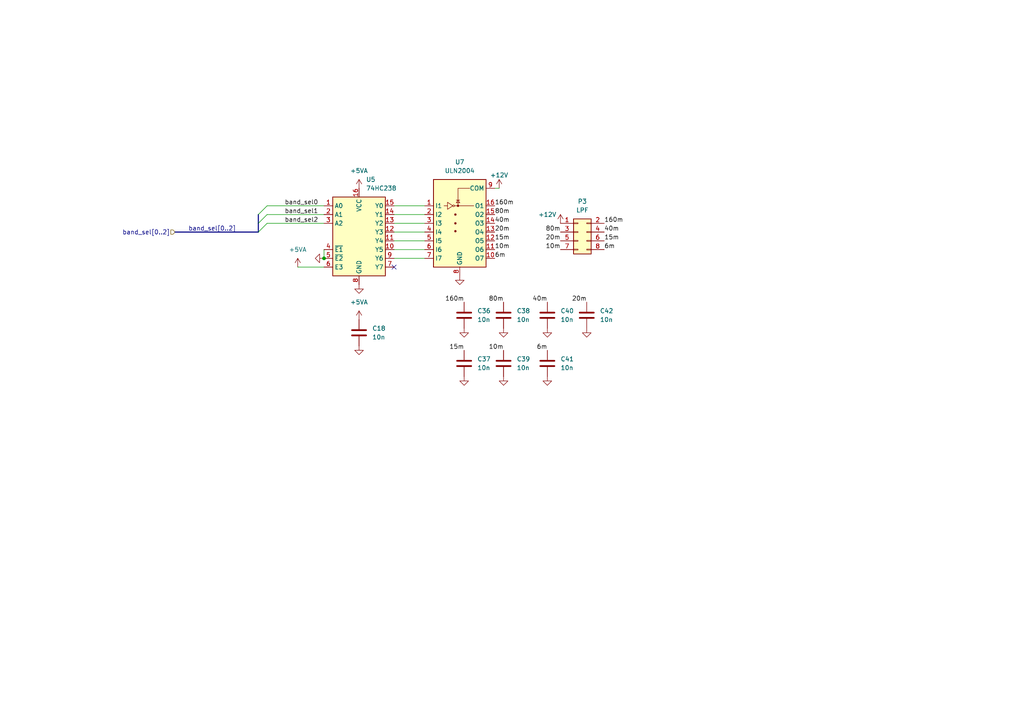
<source format=kicad_sch>
(kicad_sch (version 20230121) (generator eeschema)
  (paper "A4")
  (lib_symbols
    (symbol "74xx:74HC238"
      (property "Reference" "U" (at -7.62 13.97 0))
      (property "Value" "74HC238" (at 2.54 -11.43 0))
      (symbol "74HC238_0_1"
        (rectangle (start -7.62 12.7) (end 7.62 -10.16) (stroke (width 0.254)) (fill (type background)))
      )
      (symbol "74HC238_1_1"
        (pin input line (at -10.16 10.16 0) (length 2.54) (name "A0") (number "1"))
        (pin output line (at 10.16 -2.54 180) (length 2.54) (name "Y5") (number "10"))
        (pin output line (at 10.16 0 180) (length 2.54) (name "Y4") (number "11"))
        (pin output line (at 10.16 2.54 180) (length 2.54) (name "Y3") (number "12"))
        (pin output line (at 10.16 5.08 180) (length 2.54) (name "Y2") (number "13"))
        (pin output line (at 10.16 7.62 180) (length 2.54) (name "Y1") (number "14"))
        (pin output line (at 10.16 10.16 180) (length 2.54) (name "Y0") (number "15"))
        (pin power_in line (at 0 15.24 270) (length 2.54) (name "VCC") (number "16"))
        (pin input line (at -10.16 7.62 0) (length 2.54) (name "A1") (number "2"))
        (pin input line (at -10.16 5.08 0) (length 2.54) (name "A2") (number "3"))
        (pin input line (at -10.16 -2.54 0) (length 2.54) (name "~{E1}") (number "4"))
        (pin input line (at -10.16 -5.08 0) (length 2.54) (name "~{E2}") (number "5"))
        (pin input line (at -10.16 -7.62 0) (length 2.54) (name "E3") (number "6"))
        (pin output line (at 10.16 -7.62 180) (length 2.54) (name "Y7") (number "7"))
        (pin power_in line (at 0 -12.7 90) (length 2.54) (name "GND") (number "8"))
        (pin output line (at 10.16 -5.08 180) (length 2.54) (name "Y6") (number "9"))
      )
    )
    (symbol "Connector_Generic:Conn_02x04_Odd_Even" (pin_names (offset 1.016) hide)
      (property "Reference" "J" (at 1.27 5.08 0))
      (property "Value" "Conn_02x04_Odd_Even" (at 1.27 -7.62 0))
      (symbol "Conn_02x04_Odd_Even_1_1"
        (rectangle (start -1.27 -4.953) (end 0 -5.207) (stroke (width 0.1524)))
        (rectangle (start -1.27 -2.413) (end 0 -2.667) (stroke (width 0.1524)))
        (rectangle (start -1.27 0.127) (end 0 -0.127) (stroke (width 0.1524)))
        (rectangle (start -1.27 2.667) (end 0 2.413) (stroke (width 0.1524)))
        (rectangle (start -1.27 3.81) (end 3.81 -6.35) (stroke (width 0.254)) (fill (type background)))
        (rectangle (start 3.81 -4.953) (end 2.54 -5.207) (stroke (width 0.1524)))
        (rectangle (start 3.81 -2.413) (end 2.54 -2.667) (stroke (width 0.1524)))
        (rectangle (start 3.81 0.127) (end 2.54 -0.127) (stroke (width 0.1524)))
        (rectangle (start 3.81 2.667) (end 2.54 2.413) (stroke (width 0.1524)))
        (pin passive line (at -5.08 2.54 0) (length 3.81) (name "Pin_1") (number "1"))
        (pin passive line (at 7.62 2.54 180) (length 3.81) (name "Pin_2") (number "2"))
        (pin passive line (at -5.08 0 0) (length 3.81) (name "Pin_3") (number "3"))
        (pin passive line (at 7.62 0 180) (length 3.81) (name "Pin_4") (number "4"))
        (pin passive line (at -5.08 -2.54 0) (length 3.81) (name "Pin_5") (number "5"))
        (pin passive line (at 7.62 -2.54 180) (length 3.81) (name "Pin_6") (number "6"))
        (pin passive line (at -5.08 -5.08 0) (length 3.81) (name "Pin_7") (number "7"))
        (pin passive line (at 7.62 -5.08 180) (length 3.81) (name "Pin_8") (number "8"))
      )
    )
    (symbol "Device:C" (pin_numbers hide) (pin_names (offset 0.254))
      (property "Reference" "C" (at 0.635 2.54 0))
      (property "Value" "C" (at 0.635 -2.54 0))
      (symbol "C_0_1"
        (polyline (pts (xy -2.032 -0.762) (xy 2.032 -0.762)) (stroke (width 0.508)))
        (polyline (pts (xy -2.032 0.762) (xy 2.032 0.762)) (stroke (width 0.508)))
      )
      (symbol "C_1_1"
        (pin passive line (at 0 3.81 270) (length 2.794) (name "~") (number "1"))
        (pin passive line (at 0 -3.81 90) (length 2.794) (name "~") (number "2"))
      )
    )
    (symbol "Transistor_Array:ULN2004"
      (property "Reference" "U" (at 0 15.875 0))
      (property "Value" "ULN2004" (at 0 13.97 0))
      (symbol "ULN2004_0_1"
        (rectangle (start -7.62 -12.7) (end 7.62 12.7) (stroke (width 0.254)) (fill (type background)))
        (circle (center -1.778 5.08) (radius 0.254))
        (circle (center -1.27 -2.286) (radius 0.254) (fill (type outline)))
        (circle (center -1.27 0) (radius 0.254) (fill (type outline)))
        (circle (center -1.27 2.54) (radius 0.254) (fill (type outline)))
        (circle (center -0.508 5.08) (radius 0.254) (fill (type outline)))
        (polyline (pts (xy -4.572 5.08) (xy -3.556 5.08)))
        (polyline (pts (xy -1.524 5.08) (xy 4.064 5.08)))
        (polyline (pts (xy 0 6.731) (xy -1.016 6.731)))
        (polyline (pts (xy -0.508 5.08) (xy -0.508 10.16) (xy 2.921 10.16)))
        (polyline (pts (xy -3.556 6.096) (xy -3.556 4.064) (xy -2.032 5.08) (xy -3.556 6.096)))
        (polyline (pts (xy 0 5.969) (xy -1.016 5.969) (xy -0.508 6.731) (xy 0 5.969)))
      )
      (symbol "ULN2004_1_1"
        (pin input line (at -10.16 5.08 0) (length 2.54) (name "I1") (number "1"))
        (pin open_collector line (at 10.16 -10.16 180) (length 2.54) (name "O7") (number "10"))
        (pin open_collector line (at 10.16 -7.62 180) (length 2.54) (name "O6") (number "11"))
        (pin open_collector line (at 10.16 -5.08 180) (length 2.54) (name "O5") (number "12"))
        (pin open_collector line (at 10.16 -2.54 180) (length 2.54) (name "O4") (number "13"))
        (pin open_collector line (at 10.16 0 180) (length 2.54) (name "O3") (number "14"))
        (pin open_collector line (at 10.16 2.54 180) (length 2.54) (name "O2") (number "15"))
        (pin open_collector line (at 10.16 5.08 180) (length 2.54) (name "O1") (number "16"))
        (pin input line (at -10.16 2.54 0) (length 2.54) (name "I2") (number "2"))
        (pin input line (at -10.16 0 0) (length 2.54) (name "I3") (number "3"))
        (pin input line (at -10.16 -2.54 0) (length 2.54) (name "I4") (number "4"))
        (pin input line (at -10.16 -5.08 0) (length 2.54) (name "I5") (number "5"))
        (pin input line (at -10.16 -7.62 0) (length 2.54) (name "I6") (number "6"))
        (pin input line (at -10.16 -10.16 0) (length 2.54) (name "I7") (number "7"))
        (pin power_in line (at 0 -15.24 90) (length 2.54) (name "GND") (number "8"))
        (pin passive line (at 10.16 10.16 180) (length 2.54) (name "COM") (number "9"))
      )
    )
    (symbol "power:+12V" (power) (pin_names (offset 0))
      (property "Value" "+12V" (at 0 3.556 0))
      (symbol "+12V_0_1"
        (polyline (pts (xy -0.762 1.27) (xy 0 2.54)))
        (polyline (pts (xy 0 0) (xy 0 2.54)))
        (polyline (pts (xy 0 2.54) (xy 0.762 1.27)))
      )
      (symbol "+12V_1_1"
        (pin power_in line (at 0 0 90) (length 0) hide (name "+12V") (number "1"))
      )
    )
    (symbol "power:+5VA" (power) (pin_names (offset 0))
      (property "Value" "+5VA" (at 0 3.556 0))
      (symbol "+5VA_0_1"
        (polyline (pts (xy -0.762 1.27) (xy 0 2.54)))
        (polyline (pts (xy 0 0) (xy 0 2.54)))
        (polyline (pts (xy 0 2.54) (xy 0.762 1.27)))
      )
      (symbol "+5VA_1_1"
        (pin power_in line (at 0 0 90) (length 0) hide (name "+5VA") (number "1"))
      )
    )
    (symbol "power:GND" (power) (pin_names (offset 0))
      (property "Value" "GND" (at 0 -3.81 0))
      (symbol "GND_0_1"
        (polyline (pts (xy 0 0) (xy 0 -1.27) (xy 1.27 -1.27) (xy 0 -2.54) (xy -1.27 -1.27) (xy 0 -1.27)))
      )
      (symbol "GND_1_1"
        (pin power_in line (at 0 0 270) (length 0) hide (name "GND") (number "1"))
      )
    )
  )
  (junction (at 93.98 74.93))
  (no_connect (at 114.3 77.47))
  (bus_entry (at 74.93 67.31) (size 2.54 -2.54))
  (bus_entry (at 74.93 64.77) (size 2.54 -2.54))
  (bus_entry (at 74.93 62.23) (size 2.54 -2.54))
  (wire (pts (xy 144.78 54.61) (xy 143.51 54.61)))
  (bus (pts (xy 74.93 64.77) (xy 74.93 67.31)))
  (wire (pts (xy 77.47 64.77) (xy 93.98 64.77)))
  (wire (pts (xy 123.19 62.23) (xy 114.3 62.23)))
  (wire (pts (xy 123.19 59.69) (xy 114.3 59.69)))
  (wire (pts (xy 86.36 77.47) (xy 93.98 77.47)))
  (bus (pts (xy 50.8 67.31) (xy 74.93 67.31)))
  (wire (pts (xy 123.19 69.85) (xy 114.3 69.85)))
  (wire (pts (xy 77.47 59.69) (xy 93.98 59.69)))
  (wire (pts (xy 123.19 64.77) (xy 114.3 64.77)))
  (wire (pts (xy 123.19 72.39) (xy 114.3 72.39)))
  (bus (pts (xy 74.93 62.23) (xy 74.93 64.77)))
  (wire (pts (xy 93.98 72.39) (xy 93.98 74.93)))
  (wire (pts (xy 77.47 62.23) (xy 93.98 62.23)))
  (wire (pts (xy 123.19 74.93) (xy 114.3 74.93)))
  (wire (pts (xy 123.19 67.31) (xy 114.3 67.31)))
  (label "80m" (at 162.56 67.31 180))
  (label "20m" (at 170.18 87.63 180))
  (label "160m" (at 175.26 64.77 0))
  (label "band_sel[0..2]" (at 54.61 67.31 0))
  (label "160m" (at 134.62 87.63 180))
  (label "80m" (at 143.51 62.23 0))
  (label "15m" (at 175.26 69.85 0))
  (label "40m" (at 175.26 67.31 0))
  (label "band_sel1" (at 82.55 62.23 0))
  (label "15m" (at 143.51 69.85 0))
  (label "20m" (at 143.51 67.31 0))
  (label "15m" (at 134.62 101.6 180))
  (label "band_sel2" (at 82.55 64.77 0))
  (label "20m" (at 162.56 69.85 180))
  (label "80m" (at 146.05 87.63 180))
  (label "6m" (at 158.75 101.6 180))
  (label "10m" (at 143.51 72.39 0))
  (label "6m" (at 175.26 72.39 0))
  (label "6m" (at 143.51 74.93 0))
  (label "40m" (at 143.51 64.77 0))
  (label "160m" (at 143.51 59.69 0))
  (label "40m" (at 158.75 87.63 180))
  (label "10m" (at 162.56 72.39 180))
  (label "band_sel0" (at 82.55 59.69 0))
  (label "10m" (at 146.05 101.6 180))
  (hierarchical_label "band_sel[0..2]" (shape input) (at 50.8 67.31 180))
  (symbol (lib_id "power:GND") (at 158.75 95.25 0) (mirror y) (unit 1)
    (property "Reference" "#PWR0108" (effects hide))
    (property "Value" "GND" (effects hide))
  )
  (symbol (lib_id "Device:C") (at 170.18 91.44 0) (unit 1)
    (property "Reference" "C42" (at 173.99 90.1699 0) (effects (justify left)))
    (property "Value" "10n" (at 173.99 92.7099 0) (effects (justify left)))
    (property "Footprint" "Capacitor_SMD:C_1206_3216Metric" (effects hide))
  )
  (symbol (lib_id "power:+12V") (at 162.56 64.77 0) (unit 1)
    (property "Reference" "#PWR072" (effects hide))
    (property "Value" "+12V" (at 158.75 62.23 0))
  )
  (symbol (lib_id "power:GND") (at 170.18 95.25 0) (mirror y) (unit 1)
    (property "Reference" "#PWR0109" (effects hide))
    (property "Value" "GND" (effects hide))
  )
  (symbol (lib_id "Connector_Generic:Conn_02x04_Odd_Even") (at 167.64 67.31 0) (unit 1)
    (property "Reference" "P3" (at 168.91 58.42 0))
    (property "Value" "LPF" (at 168.91 60.96 0))
    (property "Footprint" "Connector_IDC:IDC-Header_2x04_P2.54mm_Vertical" (effects hide))
  )
  (symbol (lib_id "power:+5VA") (at 104.14 92.71 0) (unit 1)
    (property "Reference" "#PWR060" (effects hide))
    (property "Value" "+5VA" (at 104.14 87.63 0))
  )
  (symbol (lib_id "Device:C") (at 158.75 105.41 0) (unit 1)
    (property "Reference" "C41" (at 162.56 104.1399 0) (effects (justify left)))
    (property "Value" "10n" (at 162.56 106.6799 0) (effects (justify left)))
    (property "Footprint" "Capacitor_SMD:C_1206_3216Metric" (effects hide))
  )
  (symbol (lib_id "Device:C") (at 104.14 96.52 0) (unit 1)
    (property "Reference" "C18" (at 107.95 95.2499 0) (effects (justify left)))
    (property "Value" "10n" (at 107.95 97.7899 0) (effects (justify left)))
    (property "Footprint" "Capacitor_SMD:C_1206_3216Metric" (effects hide))
  )
  (symbol (lib_id "Device:C") (at 146.05 91.44 0) (unit 1)
    (property "Reference" "C38" (at 149.86 90.1699 0) (effects (justify left)))
    (property "Value" "10n" (at 149.86 92.7099 0) (effects (justify left)))
    (property "Footprint" "Capacitor_SMD:C_1206_3216Metric" (effects hide))
  )
  (symbol (lib_id "Transistor_Array:ULN2004") (at 133.35 64.77 0) (unit 1)
    (property "Reference" "U7" (at 133.35 46.99 0))
    (property "Value" "ULN2004" (at 133.35 49.53 0))
    (property "Footprint" "Package_SO:SOIC-16_3.9x9.9mm_P1.27mm" (effects hide))
    (property "Datasheet" "http://www.ti.com/lit/ds/symlink/uln2003a.pdf" (effects hide))
  )
  (symbol (lib_id "power:GND") (at 146.05 95.25 0) (mirror y) (unit 1)
    (property "Reference" "#PWR0106" (effects hide))
    (property "Value" "GND" (effects hide))
  )
  (symbol (lib_id "power:GND") (at 104.14 82.55 0) (mirror y) (unit 1)
    (property "Reference" "#PWR059" (effects hide))
    (property "Value" "GND" (effects hide))
  )
  (symbol (lib_id "power:GND") (at 93.98 74.93 270) (mirror x) (unit 1)
    (property "Reference" "#PWR057" (effects hide))
    (property "Value" "GND" (effects hide))
  )
  (symbol (lib_id "power:+5VA") (at 86.36 77.47 0) (unit 1)
    (property "Reference" "#PWR055" (effects hide))
    (property "Value" "+5VA" (at 86.36 72.39 0))
  )
  (symbol (lib_id "power:+12V") (at 144.78 54.61 0) (unit 1)
    (property "Reference" "#PWR070" (effects hide))
    (property "Value" "+12V" (at 144.78 50.8 0))
  )
  (symbol (lib_id "power:GND") (at 134.62 109.22 0) (mirror y) (unit 1)
    (property "Reference" "#PWR0103" (effects hide))
    (property "Value" "GND" (effects hide))
  )
  (symbol (lib_id "power:+5VA") (at 104.14 54.61 0) (unit 1)
    (property "Reference" "#PWR058" (effects hide))
    (property "Value" "+5VA" (at 104.14 49.53 0))
  )
  (symbol (lib_id "power:GND") (at 146.05 109.22 0) (mirror y) (unit 1)
    (property "Reference" "#PWR0104" (effects hide))
    (property "Value" "GND" (effects hide))
  )
  (symbol (lib_id "74xx:74HC238") (at 104.14 69.85 0) (unit 1)
    (property "Reference" "U5" (at 106.1594 52.07 0) (effects (justify left)))
    (property "Value" "74HC238" (at 106.1594 54.61 0) (effects (justify left)))
    (property "Footprint" "Package_SO:SOIC-16_3.9x9.9mm_P1.27mm" (effects hide))
    (property "Datasheet" "https://www.ti.com/lit/ds/symlink/cd74hc238.pdf" (effects hide))
  )
  (symbol (lib_id "Device:C") (at 134.62 91.44 0) (unit 1)
    (property "Reference" "C36" (at 138.43 90.1699 0) (effects (justify left)))
    (property "Value" "10n" (at 138.43 92.7099 0) (effects (justify left)))
    (property "Footprint" "Capacitor_SMD:C_1206_3216Metric" (effects hide))
  )
  (symbol (lib_id "power:GND") (at 158.75 109.22 0) (mirror y) (unit 1)
    (property "Reference" "#PWR0107" (effects hide))
    (property "Value" "GND" (effects hide))
  )
  (symbol (lib_id "power:GND") (at 104.14 100.33 0) (mirror y) (unit 1)
    (property "Reference" "#PWR061" (effects hide))
    (property "Value" "GND" (effects hide))
  )
  (symbol (lib_id "Device:C") (at 146.05 105.41 0) (unit 1)
    (property "Reference" "C39" (at 149.86 104.1399 0) (effects (justify left)))
    (property "Value" "10n" (at 149.86 106.6799 0) (effects (justify left)))
    (property "Footprint" "Capacitor_SMD:C_1206_3216Metric" (effects hide))
  )
  (symbol (lib_id "power:GND") (at 134.62 95.25 0) (mirror y) (unit 1)
    (property "Reference" "#PWR0105" (effects hide))
    (property "Value" "GND" (effects hide))
  )
  (symbol (lib_id "Device:C") (at 158.75 91.44 0) (unit 1)
    (property "Reference" "C40" (at 162.56 90.1699 0) (effects (justify left)))
    (property "Value" "10n" (at 162.56 92.7099 0) (effects (justify left)))
    (property "Footprint" "Capacitor_SMD:C_1206_3216Metric" (effects hide))
  )
  (symbol (lib_id "Device:C") (at 134.62 105.41 0) (unit 1)
    (property "Reference" "C37" (at 138.43 104.1399 0) (effects (justify left)))
    (property "Value" "10n" (at 138.43 106.6799 0) (effects (justify left)))
    (property "Footprint" "Capacitor_SMD:C_1206_3216Metric" (effects hide))
  )
  (symbol (lib_id "power:GND") (at 133.35 80.01 0) (mirror y) (unit 1)
    (property "Reference" "#PWR069" (effects hide))
    (property "Value" "GND" (effects hide))
  )
)
</source>
